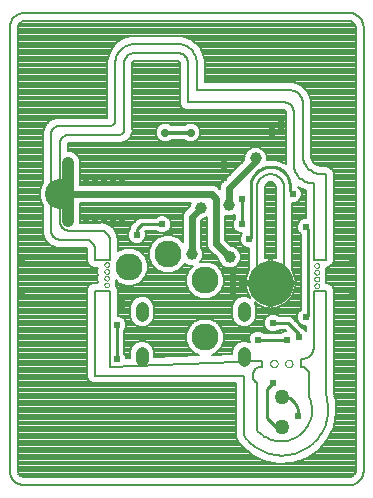
<source format=gbl>
G75*
G70*
%OFA0B0*%
%FSLAX24Y24*%
%IPPOS*%
%LPD*%
%AMOC8*
5,1,8,0,0,1.08239X$1,22.5*
%
%ADD10C,0.0050*%
%ADD11C,0.0000*%
%ADD12C,0.0004*%
%ADD13C,0.0433*%
%ADD14C,0.0900*%
%ADD15C,0.0500*%
%ADD16C,0.1000*%
%ADD17C,0.1400*%
%ADD18C,0.0080*%
%ADD19C,0.0240*%
%ADD20C,0.1500*%
%ADD21C,0.0200*%
%ADD22C,0.0100*%
%ADD23C,0.0390*%
%ADD24C,0.0240*%
%ADD25C,0.0260*%
%ADD26C,0.0400*%
%ADD27C,0.0160*%
%ADD28C,0.0280*%
%ADD29C,0.0140*%
D10*
X000500Y001000D02*
X000500Y015750D01*
X000502Y015794D01*
X000508Y015837D01*
X000517Y015879D01*
X000530Y015921D01*
X000547Y015961D01*
X000567Y016000D01*
X000590Y016037D01*
X000617Y016071D01*
X000646Y016104D01*
X000679Y016133D01*
X000713Y016160D01*
X000750Y016183D01*
X000789Y016203D01*
X000829Y016220D01*
X000871Y016233D01*
X000913Y016242D01*
X000956Y016248D01*
X001000Y016250D01*
X011800Y016250D01*
X011844Y016248D01*
X011887Y016242D01*
X011929Y016233D01*
X011971Y016220D01*
X012011Y016203D01*
X012050Y016183D01*
X012087Y016160D01*
X012121Y016133D01*
X012154Y016104D01*
X012183Y016071D01*
X012210Y016037D01*
X012233Y016000D01*
X012253Y015961D01*
X012270Y015921D01*
X012283Y015879D01*
X012292Y015837D01*
X012298Y015794D01*
X012300Y015750D01*
X012300Y001000D01*
X012298Y000956D01*
X012292Y000913D01*
X012283Y000871D01*
X012270Y000829D01*
X012253Y000789D01*
X012233Y000750D01*
X012210Y000713D01*
X012183Y000679D01*
X012154Y000646D01*
X012121Y000617D01*
X012087Y000590D01*
X012050Y000567D01*
X012011Y000547D01*
X011971Y000530D01*
X011929Y000517D01*
X011887Y000508D01*
X011844Y000502D01*
X011800Y000500D01*
X001000Y000500D01*
X000956Y000502D01*
X000913Y000508D01*
X000871Y000517D01*
X000829Y000530D01*
X000789Y000547D01*
X000750Y000567D01*
X000713Y000590D01*
X000679Y000617D01*
X000646Y000646D01*
X000617Y000679D01*
X000590Y000713D01*
X000567Y000750D01*
X000547Y000789D01*
X000530Y000829D01*
X000517Y000871D01*
X000508Y000913D01*
X000502Y000956D01*
X000500Y001000D01*
X003336Y004163D02*
X008300Y004163D01*
X008300Y002187D01*
X008750Y002337D02*
X008750Y003912D01*
X008749Y003912D02*
X008721Y003931D01*
X008695Y003952D01*
X008672Y003976D01*
X008652Y004003D01*
X008635Y004032D01*
X008621Y004063D01*
X008611Y004095D01*
X008605Y004128D01*
X008602Y004161D01*
X008603Y004195D01*
X008608Y004228D01*
X008617Y004260D01*
X008629Y004292D01*
X008645Y004321D01*
X008664Y004349D01*
X008686Y004374D01*
X008710Y004397D01*
X008738Y004417D01*
X008767Y004433D01*
X008798Y004446D01*
X008830Y004456D01*
X008863Y004462D01*
X008896Y004464D01*
X008896Y004463D02*
X008896Y004650D01*
X003836Y004463D01*
X003836Y006988D01*
X003336Y006988D01*
X003336Y004163D01*
X003336Y008022D02*
X003836Y008022D01*
X003836Y008715D01*
X003830Y008748D01*
X003821Y008780D01*
X003808Y008811D01*
X003792Y008840D01*
X003774Y008867D01*
X003752Y008893D01*
X003728Y008916D01*
X003702Y008936D01*
X003674Y008954D01*
X003644Y008968D01*
X003613Y008979D01*
X003581Y008987D01*
X003548Y008992D01*
X003515Y008993D01*
X003482Y008991D01*
X003481Y008991D02*
X002487Y008991D01*
X002454Y008993D01*
X002422Y008998D01*
X002390Y009006D01*
X002359Y009018D01*
X002330Y009033D01*
X002302Y009051D01*
X002276Y009072D01*
X002253Y009095D01*
X002232Y009121D01*
X002214Y009148D01*
X002199Y009178D01*
X002187Y009209D01*
X002179Y009241D01*
X002174Y009273D01*
X002172Y009306D01*
X002172Y011879D01*
X001872Y012179D02*
X001874Y012212D01*
X001879Y012244D01*
X001887Y012276D01*
X001899Y012307D01*
X001914Y012336D01*
X001932Y012364D01*
X001953Y012390D01*
X001976Y012413D01*
X002002Y012434D01*
X002030Y012452D01*
X002059Y012467D01*
X002090Y012479D01*
X002122Y012487D01*
X002154Y012492D01*
X002187Y012494D01*
X003877Y012494D01*
X003901Y012499D01*
X003925Y012508D01*
X003946Y012520D01*
X003966Y012535D01*
X003984Y012552D01*
X003999Y012572D01*
X004010Y012594D01*
X004019Y012617D01*
X004024Y012642D01*
X004026Y012666D01*
X004024Y012691D01*
X004024Y014600D01*
X004324Y014600D02*
X004324Y012391D01*
X004326Y012366D01*
X004324Y012342D01*
X004319Y012317D01*
X004310Y012294D01*
X004299Y012272D01*
X004284Y012252D01*
X004266Y012235D01*
X004246Y012220D01*
X004225Y012208D01*
X004201Y012199D01*
X004177Y012194D01*
X002487Y012194D01*
X002454Y012192D01*
X002422Y012187D01*
X002390Y012179D01*
X002359Y012167D01*
X002330Y012152D01*
X002302Y012134D01*
X002276Y012113D01*
X002253Y012090D01*
X002232Y012064D01*
X002214Y012036D01*
X002199Y012007D01*
X002187Y011976D01*
X002179Y011944D01*
X002174Y011912D01*
X002172Y011879D01*
X001872Y012179D02*
X001872Y009006D01*
X001874Y008973D01*
X001879Y008941D01*
X001887Y008909D01*
X001899Y008878D01*
X001914Y008848D01*
X001932Y008821D01*
X001953Y008795D01*
X001976Y008772D01*
X002002Y008751D01*
X002030Y008733D01*
X002059Y008718D01*
X002090Y008706D01*
X002122Y008698D01*
X002154Y008693D01*
X002187Y008691D01*
X002981Y008691D01*
X002982Y008691D02*
X003015Y008693D01*
X003048Y008692D01*
X003081Y008687D01*
X003113Y008679D01*
X003144Y008668D01*
X003174Y008654D01*
X003202Y008636D01*
X003228Y008616D01*
X003252Y008593D01*
X003274Y008567D01*
X003292Y008540D01*
X003308Y008511D01*
X003321Y008480D01*
X003330Y008448D01*
X003336Y008415D01*
X003336Y008022D01*
X006436Y013273D02*
X006436Y014600D01*
X006736Y014600D02*
X006732Y014650D01*
X006724Y014700D01*
X006712Y014749D01*
X006696Y014796D01*
X006677Y014843D01*
X006654Y014888D01*
X006628Y014930D01*
X006599Y014971D01*
X006566Y015009D01*
X006531Y015045D01*
X006492Y015078D01*
X006452Y015107D01*
X006409Y015133D01*
X006364Y015156D01*
X006318Y015175D01*
X006270Y015191D01*
X006221Y015203D01*
X006171Y015211D01*
X006121Y015215D01*
X006071Y015215D01*
X004689Y015215D01*
X004689Y014915D02*
X006071Y014915D01*
X006107Y014916D01*
X006142Y014913D01*
X006177Y014906D01*
X006211Y014896D01*
X006244Y014882D01*
X006276Y014865D01*
X006305Y014844D01*
X006332Y014821D01*
X006356Y014795D01*
X006378Y014767D01*
X006397Y014736D01*
X006412Y014704D01*
X006423Y014670D01*
X006432Y014635D01*
X006436Y014600D01*
X006736Y014600D02*
X006736Y013673D01*
X009855Y013673D01*
X009655Y013273D02*
X006436Y013273D01*
X004689Y015215D02*
X004641Y015215D01*
X004593Y015211D01*
X004546Y015204D01*
X004499Y015193D01*
X004454Y015179D01*
X004409Y015162D01*
X004366Y015141D01*
X004324Y015117D01*
X004285Y015091D01*
X004247Y015061D01*
X004212Y015028D01*
X004180Y014993D01*
X004150Y014956D01*
X004123Y014916D01*
X004099Y014875D01*
X004078Y014832D01*
X004060Y014787D01*
X004046Y014742D01*
X004035Y014695D01*
X004028Y014648D01*
X004024Y014600D01*
X004324Y014600D02*
X004328Y014635D01*
X004337Y014670D01*
X004348Y014704D01*
X004363Y014736D01*
X004382Y014767D01*
X004404Y014795D01*
X004428Y014821D01*
X004455Y014844D01*
X004484Y014865D01*
X004516Y014882D01*
X004549Y014896D01*
X004583Y014906D01*
X004618Y014913D01*
X004653Y014916D01*
X004689Y014915D01*
X008741Y010413D02*
X008741Y007703D01*
X008743Y007662D01*
X008748Y007622D01*
X008757Y007582D01*
X008770Y007543D01*
X008786Y007506D01*
X008805Y007470D01*
X008828Y007436D01*
X008853Y007404D01*
X008882Y007374D01*
X008912Y007347D01*
X008945Y007323D01*
X008980Y007302D01*
X009017Y007285D01*
X009055Y007270D01*
X009095Y007259D01*
X009135Y007252D01*
X009176Y007248D01*
X009216Y007248D01*
X009257Y007252D01*
X009297Y007259D01*
X009337Y007270D01*
X009375Y007285D01*
X009412Y007302D01*
X009447Y007323D01*
X009480Y007347D01*
X009510Y007374D01*
X009539Y007404D01*
X009564Y007436D01*
X009587Y007470D01*
X009606Y007506D01*
X009622Y007543D01*
X009635Y007582D01*
X009644Y007622D01*
X009649Y007662D01*
X009651Y007703D01*
X009651Y010413D01*
X009649Y010454D01*
X009644Y010494D01*
X009635Y010534D01*
X009622Y010573D01*
X009606Y010610D01*
X009587Y010646D01*
X009564Y010680D01*
X009539Y010712D01*
X009510Y010742D01*
X009480Y010769D01*
X009447Y010793D01*
X009412Y010814D01*
X009375Y010831D01*
X009337Y010846D01*
X009297Y010857D01*
X009257Y010864D01*
X009216Y010868D01*
X009176Y010868D01*
X009135Y010864D01*
X009095Y010857D01*
X009055Y010846D01*
X009017Y010831D01*
X008980Y010814D01*
X008945Y010793D01*
X008912Y010769D01*
X008882Y010742D01*
X008853Y010712D01*
X008828Y010680D01*
X008805Y010646D01*
X008786Y010610D01*
X008770Y010573D01*
X008757Y010534D01*
X008748Y010494D01*
X008743Y010454D01*
X008741Y010413D01*
X009970Y011199D02*
X009970Y012919D01*
X010270Y013218D02*
X010270Y013258D01*
X010266Y013299D01*
X010258Y013338D01*
X010247Y013377D01*
X010233Y013414D01*
X010215Y013450D01*
X010194Y013484D01*
X010169Y013516D01*
X010142Y013546D01*
X010113Y013573D01*
X010080Y013597D01*
X010046Y013618D01*
X010010Y013636D01*
X009973Y013651D01*
X009934Y013662D01*
X009895Y013669D01*
X009855Y013673D01*
X010270Y013219D02*
X010270Y011499D01*
X009970Y011199D02*
X009974Y011151D01*
X009980Y011103D01*
X009991Y011055D01*
X010005Y011009D01*
X010022Y010963D01*
X010043Y010919D01*
X010067Y010877D01*
X010094Y010837D01*
X010124Y010799D01*
X010157Y010763D01*
X010193Y010729D01*
X010230Y010699D01*
X010270Y010671D01*
X010312Y010646D01*
X010356Y010625D01*
X010401Y010607D01*
X010447Y010592D01*
X010495Y010581D01*
X010543Y010574D01*
X010591Y010570D01*
X010640Y010569D01*
X010639Y010569D02*
X010639Y008022D01*
X011039Y008022D01*
X011039Y010869D01*
X010939Y010869D01*
X010940Y010869D02*
X010891Y010870D01*
X010843Y010874D01*
X010795Y010881D01*
X010747Y010892D01*
X010701Y010907D01*
X010656Y010925D01*
X010612Y010946D01*
X010570Y010971D01*
X010530Y010999D01*
X010493Y011029D01*
X010457Y011063D01*
X010424Y011099D01*
X010394Y011137D01*
X010367Y011177D01*
X010343Y011219D01*
X010322Y011263D01*
X010305Y011309D01*
X010291Y011355D01*
X010280Y011403D01*
X010274Y011451D01*
X010270Y011499D01*
X009969Y012918D02*
X009970Y012953D01*
X009966Y012988D01*
X009959Y013023D01*
X009949Y013056D01*
X009934Y013088D01*
X009917Y013119D01*
X009897Y013147D01*
X009873Y013173D01*
X009847Y013197D01*
X009819Y013218D01*
X009789Y013236D01*
X009757Y013250D01*
X009724Y013261D01*
X009690Y013269D01*
X009655Y013272D01*
X010639Y006988D02*
X011039Y006988D01*
X011039Y003511D01*
X010482Y003440D02*
X010482Y004148D01*
X010483Y004181D01*
X010480Y004213D01*
X010474Y004245D01*
X010464Y004276D01*
X010451Y004306D01*
X010434Y004334D01*
X010415Y004360D01*
X010392Y004384D01*
X010367Y004405D01*
X010340Y004423D01*
X010311Y004438D01*
X010281Y004450D01*
X010249Y004458D01*
X010217Y004463D01*
X010217Y004718D01*
X010246Y004718D01*
X010246Y004717D02*
X010285Y004719D01*
X010323Y004725D01*
X010360Y004734D01*
X010397Y004747D01*
X010432Y004764D01*
X010465Y004783D01*
X010496Y004806D01*
X010525Y004832D01*
X010551Y004861D01*
X010574Y004892D01*
X010593Y004925D01*
X010610Y004960D01*
X010623Y004997D01*
X010632Y005034D01*
X010638Y005072D01*
X010640Y005111D01*
X010639Y005111D02*
X010639Y006988D01*
X011039Y003512D02*
X011062Y003438D01*
X011081Y003362D01*
X011095Y003286D01*
X011106Y003209D01*
X011114Y003132D01*
X011117Y003055D01*
X011116Y002977D01*
X011111Y002900D01*
X011103Y002823D01*
X011091Y002746D01*
X011074Y002670D01*
X011054Y002595D01*
X011030Y002522D01*
X011003Y002449D01*
X010972Y002378D01*
X010937Y002309D01*
X010899Y002241D01*
X010857Y002176D01*
X010813Y002112D01*
X010765Y002052D01*
X010714Y001993D01*
X010660Y001937D01*
X010603Y001884D01*
X010544Y001834D01*
X010483Y001787D01*
X010419Y001743D01*
X010353Y001702D01*
X010285Y001665D01*
X010215Y001631D01*
X010143Y001601D01*
X010070Y001575D01*
X009996Y001552D01*
X009921Y001533D01*
X009845Y001518D01*
X009768Y001506D01*
X009691Y001499D01*
X009614Y001495D01*
X009536Y001496D01*
X009459Y001500D01*
X009382Y001508D01*
X009305Y001520D01*
X009229Y001536D01*
X009154Y001556D01*
X009080Y001579D01*
X009008Y001606D01*
X008937Y001637D01*
X008867Y001672D01*
X008799Y001710D01*
X008734Y001751D01*
X008670Y001795D01*
X008609Y001843D01*
X008550Y001893D01*
X008494Y001947D01*
X008441Y002003D01*
X008390Y002062D01*
X008343Y002124D01*
X008299Y002187D01*
X008749Y002337D02*
X008791Y002290D01*
X008836Y002245D01*
X008884Y002204D01*
X008934Y002165D01*
X008987Y002129D01*
X009041Y002097D01*
X009098Y002068D01*
X009156Y002042D01*
X009215Y002020D01*
X009276Y002002D01*
X009338Y001987D01*
X009401Y001977D01*
X009464Y001970D01*
X009527Y001967D01*
X009591Y001968D01*
X009654Y001973D01*
X009717Y001982D01*
X009779Y001994D01*
X009840Y002011D01*
X009900Y002031D01*
X009959Y002054D01*
X010017Y002082D01*
X010072Y002112D01*
X010126Y002146D01*
X010177Y002184D01*
X010226Y002224D01*
X010272Y002267D01*
X010316Y002313D01*
X010357Y002362D01*
X010395Y002413D01*
X010429Y002466D01*
X010460Y002522D01*
X010488Y002579D01*
X010512Y002637D01*
X010533Y002697D01*
X010550Y002759D01*
X010563Y002821D01*
X010572Y002883D01*
X010577Y002947D01*
X010579Y003010D01*
X010577Y003074D01*
X010570Y003137D01*
X010560Y003199D01*
X010546Y003261D01*
X010529Y003322D01*
X010507Y003382D01*
X010482Y003440D01*
D11*
X009680Y004563D02*
X009682Y004585D01*
X009688Y004606D01*
X009697Y004625D01*
X009709Y004643D01*
X009725Y004659D01*
X009742Y004671D01*
X009762Y004680D01*
X009783Y004686D01*
X009805Y004688D01*
X009827Y004686D01*
X009848Y004680D01*
X009867Y004671D01*
X009885Y004659D01*
X009901Y004643D01*
X009913Y004625D01*
X009922Y004606D01*
X009928Y004585D01*
X009930Y004563D01*
X009928Y004541D01*
X009922Y004520D01*
X009913Y004501D01*
X009901Y004483D01*
X009885Y004467D01*
X009868Y004455D01*
X009848Y004446D01*
X009827Y004440D01*
X009805Y004438D01*
X009783Y004440D01*
X009762Y004446D01*
X009742Y004455D01*
X009725Y004467D01*
X009709Y004483D01*
X009697Y004500D01*
X009688Y004520D01*
X009682Y004541D01*
X009680Y004563D01*
X009185Y004563D02*
X009187Y004585D01*
X009193Y004606D01*
X009202Y004625D01*
X009214Y004643D01*
X009230Y004659D01*
X009247Y004671D01*
X009267Y004680D01*
X009288Y004686D01*
X009310Y004688D01*
X009332Y004686D01*
X009353Y004680D01*
X009372Y004671D01*
X009390Y004659D01*
X009406Y004643D01*
X009418Y004625D01*
X009427Y004606D01*
X009433Y004585D01*
X009435Y004563D01*
X009433Y004541D01*
X009427Y004520D01*
X009418Y004501D01*
X009406Y004483D01*
X009390Y004467D01*
X009373Y004455D01*
X009353Y004446D01*
X009332Y004440D01*
X009310Y004438D01*
X009288Y004440D01*
X009267Y004446D01*
X009247Y004455D01*
X009230Y004467D01*
X009214Y004483D01*
X009202Y004500D01*
X009193Y004520D01*
X009187Y004541D01*
X009185Y004563D01*
X010659Y007155D02*
X010661Y007172D01*
X010666Y007189D01*
X010675Y007203D01*
X010687Y007216D01*
X010702Y007226D01*
X010718Y007232D01*
X010735Y007235D01*
X010752Y007234D01*
X010769Y007229D01*
X010784Y007221D01*
X010797Y007210D01*
X010808Y007196D01*
X010815Y007181D01*
X010819Y007164D01*
X010819Y007146D01*
X010815Y007129D01*
X010808Y007114D01*
X010797Y007100D01*
X010784Y007089D01*
X010769Y007081D01*
X010752Y007076D01*
X010735Y007075D01*
X010718Y007078D01*
X010702Y007084D01*
X010687Y007094D01*
X010675Y007107D01*
X010666Y007121D01*
X010661Y007138D01*
X010659Y007155D01*
X010659Y007380D02*
X010661Y007397D01*
X010666Y007414D01*
X010675Y007428D01*
X010687Y007441D01*
X010702Y007451D01*
X010718Y007457D01*
X010735Y007460D01*
X010752Y007459D01*
X010769Y007454D01*
X010784Y007446D01*
X010797Y007435D01*
X010808Y007421D01*
X010815Y007406D01*
X010819Y007389D01*
X010819Y007371D01*
X010815Y007354D01*
X010808Y007339D01*
X010797Y007325D01*
X010784Y007314D01*
X010769Y007306D01*
X010752Y007301D01*
X010735Y007300D01*
X010718Y007303D01*
X010702Y007309D01*
X010687Y007319D01*
X010675Y007332D01*
X010666Y007346D01*
X010661Y007363D01*
X010659Y007380D01*
X010659Y007605D02*
X010661Y007622D01*
X010666Y007639D01*
X010675Y007653D01*
X010687Y007666D01*
X010702Y007676D01*
X010718Y007682D01*
X010735Y007685D01*
X010752Y007684D01*
X010769Y007679D01*
X010784Y007671D01*
X010797Y007660D01*
X010808Y007646D01*
X010815Y007631D01*
X010819Y007614D01*
X010819Y007596D01*
X010815Y007579D01*
X010808Y007564D01*
X010797Y007550D01*
X010784Y007539D01*
X010769Y007531D01*
X010752Y007526D01*
X010735Y007525D01*
X010718Y007528D01*
X010702Y007534D01*
X010687Y007544D01*
X010675Y007557D01*
X010666Y007571D01*
X010661Y007588D01*
X010659Y007605D01*
X010659Y007830D02*
X010661Y007847D01*
X010666Y007864D01*
X010675Y007878D01*
X010687Y007891D01*
X010702Y007901D01*
X010718Y007907D01*
X010735Y007910D01*
X010752Y007909D01*
X010769Y007904D01*
X010784Y007896D01*
X010797Y007885D01*
X010808Y007871D01*
X010815Y007856D01*
X010819Y007839D01*
X010819Y007821D01*
X010815Y007804D01*
X010808Y007789D01*
X010797Y007775D01*
X010784Y007764D01*
X010769Y007756D01*
X010752Y007751D01*
X010735Y007750D01*
X010718Y007753D01*
X010702Y007759D01*
X010687Y007769D01*
X010675Y007782D01*
X010666Y007796D01*
X010661Y007813D01*
X010659Y007830D01*
X003656Y007858D02*
X003658Y007875D01*
X003663Y007892D01*
X003672Y007906D01*
X003684Y007919D01*
X003699Y007929D01*
X003715Y007935D01*
X003732Y007938D01*
X003749Y007937D01*
X003766Y007932D01*
X003781Y007924D01*
X003794Y007913D01*
X003805Y007899D01*
X003812Y007884D01*
X003816Y007867D01*
X003816Y007849D01*
X003812Y007832D01*
X003805Y007817D01*
X003794Y007803D01*
X003781Y007792D01*
X003766Y007784D01*
X003749Y007779D01*
X003732Y007778D01*
X003715Y007781D01*
X003699Y007787D01*
X003684Y007797D01*
X003672Y007810D01*
X003663Y007824D01*
X003658Y007841D01*
X003656Y007858D01*
X003656Y007633D02*
X003658Y007650D01*
X003663Y007667D01*
X003672Y007681D01*
X003684Y007694D01*
X003699Y007704D01*
X003715Y007710D01*
X003732Y007713D01*
X003749Y007712D01*
X003766Y007707D01*
X003781Y007699D01*
X003794Y007688D01*
X003805Y007674D01*
X003812Y007659D01*
X003816Y007642D01*
X003816Y007624D01*
X003812Y007607D01*
X003805Y007592D01*
X003794Y007578D01*
X003781Y007567D01*
X003766Y007559D01*
X003749Y007554D01*
X003732Y007553D01*
X003715Y007556D01*
X003699Y007562D01*
X003684Y007572D01*
X003672Y007585D01*
X003663Y007599D01*
X003658Y007616D01*
X003656Y007633D01*
X003656Y007408D02*
X003658Y007425D01*
X003663Y007442D01*
X003672Y007456D01*
X003684Y007469D01*
X003699Y007479D01*
X003715Y007485D01*
X003732Y007488D01*
X003749Y007487D01*
X003766Y007482D01*
X003781Y007474D01*
X003794Y007463D01*
X003805Y007449D01*
X003812Y007434D01*
X003816Y007417D01*
X003816Y007399D01*
X003812Y007382D01*
X003805Y007367D01*
X003794Y007353D01*
X003781Y007342D01*
X003766Y007334D01*
X003749Y007329D01*
X003732Y007328D01*
X003715Y007331D01*
X003699Y007337D01*
X003684Y007347D01*
X003672Y007360D01*
X003663Y007374D01*
X003658Y007391D01*
X003656Y007408D01*
X003656Y007183D02*
X003658Y007200D01*
X003663Y007217D01*
X003672Y007231D01*
X003684Y007244D01*
X003699Y007254D01*
X003715Y007260D01*
X003732Y007263D01*
X003749Y007262D01*
X003766Y007257D01*
X003781Y007249D01*
X003794Y007238D01*
X003805Y007224D01*
X003812Y007209D01*
X003816Y007192D01*
X003816Y007174D01*
X003812Y007157D01*
X003805Y007142D01*
X003794Y007128D01*
X003781Y007117D01*
X003766Y007109D01*
X003749Y007104D01*
X003732Y007103D01*
X003715Y007106D01*
X003699Y007112D01*
X003684Y007122D01*
X003672Y007135D01*
X003663Y007149D01*
X003658Y007166D01*
X003656Y007183D01*
D12*
X004810Y006417D02*
X004810Y006173D01*
X004812Y006153D01*
X004817Y006134D01*
X004826Y006116D01*
X004838Y006100D01*
X004853Y006087D01*
X004870Y006076D01*
X004888Y006069D01*
X004908Y006065D01*
X004928Y006065D01*
X004948Y006069D01*
X004966Y006076D01*
X004983Y006087D01*
X004998Y006100D01*
X005010Y006116D01*
X005019Y006134D01*
X005024Y006153D01*
X005026Y006173D01*
X005026Y006417D01*
X005024Y006437D01*
X005019Y006456D01*
X005010Y006474D01*
X004998Y006490D01*
X004983Y006503D01*
X004966Y006514D01*
X004948Y006521D01*
X004928Y006525D01*
X004908Y006525D01*
X004888Y006521D01*
X004870Y006514D01*
X004853Y006503D01*
X004838Y006490D01*
X004826Y006474D01*
X004817Y006456D01*
X004812Y006437D01*
X004810Y006417D01*
X004810Y004921D02*
X004810Y004677D01*
X004812Y004657D01*
X004817Y004638D01*
X004826Y004620D01*
X004838Y004604D01*
X004853Y004591D01*
X004870Y004580D01*
X004888Y004573D01*
X004908Y004569D01*
X004928Y004569D01*
X004948Y004573D01*
X004966Y004580D01*
X004983Y004591D01*
X004998Y004604D01*
X005010Y004620D01*
X005019Y004638D01*
X005024Y004657D01*
X005026Y004677D01*
X005026Y004921D01*
X005024Y004941D01*
X005019Y004960D01*
X005010Y004978D01*
X004998Y004994D01*
X004983Y005007D01*
X004966Y005018D01*
X004948Y005025D01*
X004928Y005029D01*
X004908Y005029D01*
X004888Y005025D01*
X004870Y005018D01*
X004853Y005007D01*
X004838Y004994D01*
X004826Y004978D01*
X004817Y004960D01*
X004812Y004941D01*
X004810Y004921D01*
X008211Y004921D02*
X008211Y004677D01*
X008212Y004677D02*
X008214Y004657D01*
X008219Y004638D01*
X008228Y004620D01*
X008240Y004604D01*
X008255Y004591D01*
X008272Y004580D01*
X008290Y004573D01*
X008310Y004569D01*
X008330Y004569D01*
X008350Y004573D01*
X008368Y004580D01*
X008385Y004591D01*
X008400Y004604D01*
X008412Y004620D01*
X008421Y004638D01*
X008426Y004657D01*
X008428Y004677D01*
X008428Y004921D01*
X008426Y004941D01*
X008421Y004960D01*
X008412Y004978D01*
X008400Y004994D01*
X008385Y005007D01*
X008368Y005018D01*
X008350Y005025D01*
X008330Y005029D01*
X008310Y005029D01*
X008290Y005025D01*
X008272Y005018D01*
X008255Y005007D01*
X008240Y004994D01*
X008228Y004978D01*
X008219Y004960D01*
X008214Y004941D01*
X008212Y004921D01*
X008211Y006173D02*
X008211Y006417D01*
X008212Y006417D02*
X008214Y006437D01*
X008219Y006456D01*
X008228Y006474D01*
X008240Y006490D01*
X008255Y006503D01*
X008272Y006514D01*
X008290Y006521D01*
X008310Y006525D01*
X008330Y006525D01*
X008350Y006521D01*
X008368Y006514D01*
X008385Y006503D01*
X008400Y006490D01*
X008412Y006474D01*
X008421Y006456D01*
X008426Y006437D01*
X008428Y006417D01*
X008428Y006173D01*
X008426Y006153D01*
X008421Y006134D01*
X008412Y006116D01*
X008400Y006100D01*
X008385Y006087D01*
X008368Y006076D01*
X008350Y006069D01*
X008330Y006065D01*
X008310Y006065D01*
X008290Y006069D01*
X008272Y006076D01*
X008255Y006087D01*
X008240Y006100D01*
X008228Y006116D01*
X008219Y006134D01*
X008214Y006153D01*
X008212Y006173D01*
D13*
X008320Y006175D02*
X008320Y006175D01*
X008320Y006411D01*
X008320Y006411D01*
X008320Y006175D01*
X008320Y004679D02*
X008320Y004679D01*
X008320Y004915D01*
X008320Y004915D01*
X008320Y004679D01*
X004918Y004679D02*
X004918Y004679D01*
X004918Y004915D01*
X004918Y004915D01*
X004918Y004679D01*
X004918Y006175D02*
X004918Y006175D01*
X004918Y006411D01*
X004918Y006411D01*
X004918Y006175D01*
D14*
X004480Y007793D03*
X005780Y008213D03*
X007010Y007333D03*
X007010Y005433D03*
D15*
X009570Y003463D03*
X009570Y002463D03*
D16*
X002182Y010213D03*
D17*
X009197Y007253D03*
D18*
X009233Y007517D02*
X009159Y007517D01*
X009157Y007518D01*
X009157Y008093D01*
X009142Y008093D01*
X009033Y008079D01*
X009006Y008072D01*
X009006Y010413D01*
X009009Y010450D01*
X009038Y010519D01*
X009090Y010571D01*
X009159Y010600D01*
X009233Y010600D01*
X009301Y010571D01*
X009354Y010519D01*
X009382Y010450D01*
X009386Y010413D01*
X009386Y008073D01*
X009362Y008079D01*
X009252Y008093D01*
X009237Y008093D01*
X009237Y007519D01*
X009233Y007517D01*
X009237Y007565D02*
X009157Y007565D01*
X009157Y007644D02*
X009237Y007644D01*
X009237Y007722D02*
X009157Y007722D01*
X009157Y007801D02*
X009237Y007801D01*
X009237Y007879D02*
X009157Y007879D01*
X009157Y007958D02*
X009237Y007958D01*
X009237Y008036D02*
X009157Y008036D01*
X009006Y008115D02*
X009386Y008115D01*
X009386Y008193D02*
X009006Y008193D01*
X009006Y008272D02*
X009386Y008272D01*
X009386Y008350D02*
X009006Y008350D01*
X009006Y008429D02*
X009386Y008429D01*
X009386Y008507D02*
X009006Y008507D01*
X009006Y008586D02*
X009386Y008586D01*
X009386Y008664D02*
X009006Y008664D01*
X009006Y008743D02*
X009386Y008743D01*
X009386Y008821D02*
X009006Y008821D01*
X009006Y008900D02*
X009386Y008900D01*
X009386Y008978D02*
X009006Y008978D01*
X009006Y009057D02*
X009386Y009057D01*
X009386Y009135D02*
X009006Y009135D01*
X009006Y009214D02*
X009386Y009214D01*
X009386Y009292D02*
X009006Y009292D01*
X009006Y009371D02*
X009386Y009371D01*
X009386Y009449D02*
X009006Y009449D01*
X009006Y009528D02*
X009386Y009528D01*
X009386Y009606D02*
X009006Y009606D01*
X009006Y009685D02*
X009386Y009685D01*
X009386Y009763D02*
X009006Y009763D01*
X009006Y009842D02*
X009386Y009842D01*
X009386Y009920D02*
X009006Y009920D01*
X009006Y009999D02*
X009386Y009999D01*
X009386Y010077D02*
X009006Y010077D01*
X009006Y010156D02*
X009386Y010156D01*
X009386Y010234D02*
X009006Y010234D01*
X009006Y010313D02*
X009386Y010313D01*
X009386Y010391D02*
X009006Y010391D01*
X009017Y010470D02*
X009374Y010470D01*
X009325Y010548D02*
X009067Y010548D01*
X009075Y011343D02*
X009075Y011475D01*
X009018Y011612D01*
X008912Y011718D01*
X008775Y011775D01*
X008625Y011775D01*
X008488Y011718D01*
X008382Y011612D01*
X008325Y011475D01*
X008325Y011349D01*
X007546Y010570D01*
X007500Y010460D01*
X007500Y010370D01*
X007402Y010468D01*
X007292Y010513D01*
X002837Y010513D01*
X002837Y011339D01*
X002779Y011479D01*
X002673Y011586D01*
X002533Y011643D01*
X002437Y011643D01*
X002437Y011826D01*
X002437Y011879D01*
X002438Y011889D01*
X002445Y011907D01*
X002459Y011920D01*
X002477Y011928D01*
X002487Y011929D01*
X004144Y011929D01*
X004163Y011924D01*
X004196Y011929D01*
X004230Y011929D01*
X004248Y011936D01*
X004331Y011948D01*
X004331Y011948D01*
X004516Y012094D01*
X004516Y012094D01*
X004516Y012094D01*
X004603Y012312D01*
X004603Y012312D01*
X004589Y012410D01*
X004589Y014584D01*
X004591Y014595D01*
X004604Y014621D01*
X004626Y014641D01*
X004653Y014650D01*
X004679Y014650D01*
X004722Y014646D01*
X004731Y014650D01*
X006028Y014650D01*
X006038Y014646D01*
X006081Y014650D01*
X006106Y014650D01*
X006134Y014641D01*
X006156Y014621D01*
X006169Y014595D01*
X006171Y014584D01*
X006171Y013220D01*
X006211Y013123D01*
X006286Y013048D01*
X006383Y013008D01*
X009642Y013008D01*
X009653Y013006D01*
X009678Y012994D01*
X009696Y012974D01*
X009705Y012948D01*
X009705Y012946D01*
X009705Y012926D01*
X009702Y012881D01*
X009705Y012874D01*
X009705Y011247D01*
X009704Y011244D01*
X009705Y011206D01*
X009466Y011329D01*
X009385Y011336D01*
X009378Y011343D01*
X009292Y011343D01*
X009206Y011351D01*
X009205Y011350D01*
X009123Y011343D01*
X009075Y011343D01*
X009075Y011412D02*
X009705Y011412D01*
X009705Y011490D02*
X009069Y011490D01*
X009036Y011569D02*
X009705Y011569D01*
X009705Y011647D02*
X008983Y011647D01*
X008894Y011726D02*
X009705Y011726D01*
X009705Y011804D02*
X002437Y011804D01*
X002437Y011726D02*
X008506Y011726D01*
X008417Y011647D02*
X002437Y011647D01*
X002437Y011883D02*
X009705Y011883D01*
X009705Y011961D02*
X006638Y011961D01*
X006596Y011943D02*
X006469Y011943D01*
X006351Y011992D01*
X006330Y012013D01*
X005885Y012013D01*
X005864Y011992D01*
X005746Y011943D01*
X005619Y011943D01*
X005501Y011992D01*
X005411Y012082D01*
X005362Y012200D01*
X005362Y012327D01*
X005411Y012445D01*
X005501Y012535D01*
X005619Y012583D01*
X005746Y012583D01*
X005864Y012535D01*
X005885Y012513D01*
X006330Y012513D01*
X006351Y012535D01*
X006469Y012583D01*
X006596Y012583D01*
X006714Y012535D01*
X006804Y012445D01*
X006852Y012327D01*
X006852Y012200D01*
X006804Y012082D01*
X006714Y011992D01*
X006596Y011943D01*
X006761Y012040D02*
X009705Y012040D01*
X009705Y012118D02*
X006818Y012118D01*
X006851Y012197D02*
X009705Y012197D01*
X009705Y012275D02*
X006852Y012275D01*
X006841Y012354D02*
X009705Y012354D01*
X009705Y012432D02*
X006809Y012432D01*
X006738Y012511D02*
X009705Y012511D01*
X009705Y012589D02*
X004589Y012589D01*
X004589Y012511D02*
X005477Y012511D01*
X005406Y012432D02*
X004589Y012432D01*
X004597Y012354D02*
X005373Y012354D01*
X005362Y012275D02*
X004588Y012275D01*
X004557Y012197D02*
X005364Y012197D01*
X005396Y012118D02*
X004526Y012118D01*
X004447Y012040D02*
X005454Y012040D01*
X005576Y011961D02*
X004347Y011961D01*
X004589Y012668D02*
X009705Y012668D01*
X009705Y012746D02*
X004589Y012746D01*
X004589Y012825D02*
X009705Y012825D01*
X009704Y012903D02*
X004589Y012903D01*
X004589Y012982D02*
X009689Y012982D01*
X010446Y013608D02*
X010258Y013813D01*
X010006Y013931D01*
X009914Y013935D01*
X009908Y013938D01*
X009861Y013938D01*
X009814Y013940D01*
X009809Y013938D01*
X007001Y013938D01*
X007001Y014552D01*
X007003Y014557D01*
X007001Y014605D01*
X007001Y014652D01*
X006999Y014657D01*
X006994Y014790D01*
X006843Y015117D01*
X006843Y015117D01*
X006579Y015362D01*
X006241Y015486D01*
X006241Y015486D01*
X006066Y015480D01*
X004694Y015480D01*
X004556Y015485D01*
X004556Y015485D01*
X004280Y015407D01*
X004280Y015407D01*
X004041Y015248D01*
X003864Y015022D01*
X003765Y014753D01*
X003761Y014657D01*
X003759Y014652D01*
X003759Y014605D01*
X003757Y014557D01*
X003759Y014552D01*
X003759Y012759D01*
X002071Y012759D01*
X001858Y012670D01*
X001695Y012507D01*
X001607Y012294D01*
X001607Y010599D01*
X001606Y010599D01*
X001502Y010349D01*
X001502Y010078D01*
X001606Y009828D01*
X001607Y009827D01*
X001607Y008891D01*
X001695Y008677D01*
X001858Y008514D01*
X002071Y008426D01*
X002946Y008426D01*
X002962Y008421D01*
X002998Y008426D01*
X003033Y008426D01*
X003044Y008423D01*
X003060Y008410D01*
X003071Y008393D01*
X003071Y008392D01*
X003071Y007970D01*
X003111Y007872D01*
X003186Y007798D01*
X003283Y007757D01*
X003431Y007757D01*
X003436Y007745D01*
X003416Y007696D01*
X003416Y007569D01*
X003436Y007520D01*
X003416Y007471D01*
X003416Y007344D01*
X003436Y007295D01*
X003419Y007253D01*
X003283Y007253D01*
X003186Y007213D01*
X003111Y007138D01*
X003071Y007041D01*
X003071Y004111D01*
X000765Y004111D01*
X000765Y004033D02*
X003103Y004033D01*
X003111Y004013D02*
X003071Y004111D01*
X003071Y004190D02*
X000765Y004190D01*
X000765Y004268D02*
X003071Y004268D01*
X003071Y004347D02*
X000765Y004347D01*
X000765Y004425D02*
X003071Y004425D01*
X003071Y004504D02*
X000765Y004504D01*
X000765Y004582D02*
X003071Y004582D01*
X003071Y004661D02*
X000765Y004661D01*
X000765Y004739D02*
X003071Y004739D01*
X003071Y004818D02*
X000765Y004818D01*
X000765Y004896D02*
X003071Y004896D01*
X003071Y004975D02*
X000765Y004975D01*
X000765Y005053D02*
X003071Y005053D01*
X003071Y005132D02*
X000765Y005132D01*
X000765Y005210D02*
X003071Y005210D01*
X003071Y005289D02*
X000765Y005289D01*
X000765Y005367D02*
X003071Y005367D01*
X003071Y005446D02*
X000765Y005446D01*
X000765Y005524D02*
X003071Y005524D01*
X003071Y005603D02*
X000765Y005603D01*
X000765Y005681D02*
X003071Y005681D01*
X003071Y005760D02*
X000765Y005760D01*
X000765Y005838D02*
X003071Y005838D01*
X003071Y005917D02*
X000765Y005917D01*
X000765Y005995D02*
X003071Y005995D01*
X003071Y006074D02*
X000765Y006074D01*
X000765Y006152D02*
X003071Y006152D01*
X003071Y006231D02*
X000765Y006231D01*
X000765Y006309D02*
X003071Y006309D01*
X003071Y006388D02*
X000765Y006388D01*
X000765Y006466D02*
X003071Y006466D01*
X003071Y006545D02*
X000765Y006545D01*
X000765Y006623D02*
X003071Y006623D01*
X003071Y006702D02*
X000765Y006702D01*
X000765Y006780D02*
X003071Y006780D01*
X003071Y006859D02*
X000765Y006859D01*
X000765Y006937D02*
X003071Y006937D01*
X003071Y007016D02*
X000765Y007016D01*
X000765Y007094D02*
X003093Y007094D01*
X003146Y007173D02*
X000765Y007173D01*
X000765Y007251D02*
X003278Y007251D01*
X003422Y007330D02*
X000765Y007330D01*
X000765Y007408D02*
X003416Y007408D01*
X003422Y007487D02*
X000765Y007487D01*
X000765Y007565D02*
X003418Y007565D01*
X003416Y007644D02*
X000765Y007644D01*
X000765Y007722D02*
X003426Y007722D01*
X003183Y007801D02*
X000765Y007801D01*
X000765Y007879D02*
X003108Y007879D01*
X003076Y007958D02*
X000765Y007958D01*
X000765Y008036D02*
X003071Y008036D01*
X003071Y008115D02*
X000765Y008115D01*
X000765Y008193D02*
X003071Y008193D01*
X003071Y008272D02*
X000765Y008272D01*
X000765Y008350D02*
X003071Y008350D01*
X002837Y009256D02*
X002837Y009913D01*
X006539Y009913D01*
X006507Y009838D01*
X006507Y009813D01*
X006312Y009617D01*
X006266Y009507D01*
X006266Y008618D01*
X006137Y008748D01*
X005905Y008843D01*
X005654Y008843D01*
X005423Y008748D01*
X005246Y008570D01*
X005150Y008339D01*
X005150Y008088D01*
X005246Y007857D01*
X005423Y007679D01*
X005654Y007583D01*
X005905Y007583D01*
X006137Y007679D01*
X006314Y007857D01*
X006332Y007901D01*
X006354Y007879D01*
X006492Y007822D01*
X006608Y007822D01*
X006476Y007690D01*
X006380Y007459D01*
X006380Y007208D01*
X006476Y006977D01*
X006653Y006799D01*
X006884Y006703D01*
X007135Y006703D01*
X007367Y006799D01*
X007544Y006977D01*
X007640Y007208D01*
X007640Y007459D01*
X007544Y007690D01*
X007367Y007868D01*
X007135Y007963D01*
X006884Y007963D01*
X006847Y007948D01*
X006884Y007985D01*
X006941Y008123D01*
X006941Y008272D01*
X006884Y008410D01*
X006866Y008428D01*
X006866Y009323D01*
X006932Y009388D01*
X006957Y009388D01*
X007082Y009440D01*
X007082Y008504D01*
X007128Y008393D01*
X007457Y008064D01*
X007457Y008039D01*
X007514Y007901D01*
X007620Y007796D01*
X007758Y007738D01*
X007907Y007738D01*
X008045Y007796D01*
X008150Y007901D01*
X008207Y008039D01*
X008207Y008188D01*
X008150Y008326D01*
X008045Y008431D01*
X007907Y008488D01*
X007882Y008488D01*
X007682Y008688D01*
X007682Y009493D01*
X007725Y009475D01*
X007875Y009475D01*
X008002Y009528D01*
X008002Y009393D01*
X007978Y009368D01*
X007932Y009258D01*
X007932Y009139D01*
X007978Y009028D01*
X008062Y008944D01*
X008173Y008898D01*
X008243Y008898D01*
X008228Y008883D01*
X008182Y008773D01*
X008182Y008654D01*
X008228Y008543D01*
X008312Y008459D01*
X008423Y008413D01*
X008476Y008413D01*
X008476Y007684D01*
X008442Y007626D01*
X008400Y007524D01*
X008372Y007418D01*
X008357Y007308D01*
X008357Y007293D01*
X008587Y007293D01*
X008667Y007213D01*
X008357Y007213D01*
X008357Y007198D01*
X008372Y007089D01*
X008400Y006983D01*
X008442Y006881D01*
X008497Y006786D01*
X008518Y006758D01*
X008398Y006808D01*
X008241Y006808D01*
X008095Y006748D01*
X007983Y006636D01*
X007923Y006490D01*
X007923Y006096D01*
X007983Y005951D01*
X008095Y005839D01*
X008241Y005779D01*
X008398Y005779D01*
X008544Y005839D01*
X008656Y005951D01*
X008716Y006096D01*
X008716Y006490D01*
X008672Y006598D01*
X008730Y006553D01*
X008825Y006498D01*
X008927Y006456D01*
X009033Y006428D01*
X009142Y006413D01*
X009157Y006413D01*
X009157Y006983D01*
X009237Y006983D01*
X009237Y006413D01*
X009252Y006413D01*
X009362Y006428D01*
X009468Y006456D01*
X009570Y006498D01*
X009665Y006553D01*
X009752Y006621D01*
X009830Y006698D01*
X009897Y006786D01*
X009952Y006881D01*
X009994Y006983D01*
X010023Y007089D01*
X010037Y007198D01*
X010037Y007213D01*
X009724Y007213D01*
X009804Y007293D01*
X010037Y007293D01*
X010037Y007308D01*
X010023Y007418D01*
X009994Y007524D01*
X009952Y007626D01*
X009916Y007689D01*
X009916Y009913D01*
X009992Y009913D01*
X010102Y009959D01*
X010187Y010043D01*
X010232Y010154D01*
X010232Y010273D01*
X010187Y010383D01*
X010114Y010456D01*
X010224Y010381D01*
X010224Y010381D01*
X010374Y010337D01*
X010374Y009413D01*
X010323Y009413D01*
X010212Y009368D01*
X010128Y009283D01*
X010082Y009173D01*
X010082Y009054D01*
X010128Y008943D01*
X010202Y008869D01*
X010202Y006358D01*
X010128Y006283D01*
X010082Y006173D01*
X010082Y006054D01*
X010128Y005943D01*
X010212Y005859D01*
X010323Y005813D01*
X010374Y005813D01*
X010374Y005646D01*
X010362Y005658D01*
X010362Y005659D01*
X010228Y005793D01*
X010228Y005793D01*
X010012Y006009D01*
X009878Y006143D01*
X009477Y006143D01*
X009452Y006168D01*
X009342Y006213D01*
X009223Y006213D01*
X009112Y006168D01*
X009028Y006083D01*
X008982Y005973D01*
X008982Y005854D01*
X009028Y005743D01*
X009112Y005659D01*
X009223Y005613D01*
X009342Y005613D01*
X009452Y005659D01*
X009477Y005683D01*
X009687Y005683D01*
X009707Y005663D01*
X009673Y005663D01*
X009562Y005618D01*
X009538Y005593D01*
X008977Y005593D01*
X008952Y005618D01*
X008842Y005663D01*
X008723Y005663D01*
X008612Y005618D01*
X008528Y005533D01*
X008482Y005423D01*
X008482Y005304D01*
X008496Y005272D01*
X008398Y005312D01*
X008241Y005312D01*
X008095Y005252D01*
X007983Y005140D01*
X007923Y004994D01*
X007923Y004879D01*
X007258Y004855D01*
X007367Y004899D01*
X007544Y005077D01*
X007640Y005308D01*
X007640Y005559D01*
X007544Y005790D01*
X007367Y005968D01*
X007135Y006063D01*
X006884Y006063D01*
X006653Y005968D01*
X006476Y005790D01*
X006380Y005559D01*
X006380Y005308D01*
X006476Y005077D01*
X006653Y004899D01*
X006802Y004838D01*
X005315Y004783D01*
X005315Y004994D01*
X005254Y005140D01*
X005143Y005252D01*
X004997Y005312D01*
X004839Y005312D01*
X004693Y005252D01*
X004582Y005140D01*
X004521Y004994D01*
X004521Y004754D01*
X004382Y004749D01*
X004382Y004773D01*
X004337Y004883D01*
X004312Y004908D01*
X004312Y005669D01*
X004337Y005693D01*
X004382Y005804D01*
X004382Y005923D01*
X004337Y006033D01*
X004252Y006118D01*
X004142Y006163D01*
X004101Y006163D01*
X004101Y007041D01*
X004060Y007138D01*
X004056Y007143D01*
X004056Y007246D01*
X004036Y007295D01*
X004051Y007332D01*
X004123Y007259D01*
X004354Y007163D01*
X004605Y007163D01*
X004837Y007259D01*
X005014Y007437D01*
X005110Y007668D01*
X005110Y007919D01*
X005014Y008150D01*
X004837Y008328D01*
X004605Y008423D01*
X004354Y008423D01*
X004123Y008328D01*
X004101Y008306D01*
X004101Y008680D01*
X004105Y008696D01*
X004101Y008732D01*
X004101Y008768D01*
X004094Y008784D01*
X004084Y008863D01*
X004084Y008863D01*
X003970Y009065D01*
X003787Y009207D01*
X003564Y009268D01*
X003564Y009268D01*
X003465Y009256D01*
X002837Y009256D01*
X002837Y009292D02*
X004674Y009292D01*
X004647Y009268D02*
X004637Y009268D01*
X004576Y009207D01*
X004510Y009150D01*
X004509Y009140D01*
X004502Y009134D01*
X004502Y009047D01*
X004501Y009032D01*
X004478Y009008D01*
X004432Y008898D01*
X004432Y008779D01*
X004478Y008668D01*
X004562Y008584D01*
X004673Y008538D01*
X004792Y008538D01*
X004902Y008584D01*
X004987Y008668D01*
X005032Y008779D01*
X005032Y008898D01*
X005003Y008968D01*
X005388Y008968D01*
X005412Y008944D01*
X005523Y008898D01*
X005642Y008898D01*
X005752Y008944D01*
X005837Y009028D01*
X005882Y009139D01*
X005882Y009258D01*
X005837Y009368D01*
X005752Y009453D01*
X005642Y009498D01*
X005523Y009498D01*
X005412Y009453D01*
X005388Y009428D01*
X004926Y009428D01*
X004839Y009435D01*
X004832Y009428D01*
X004822Y009428D01*
X004761Y009367D01*
X004647Y009268D01*
X004582Y009214D02*
X003763Y009214D01*
X003787Y009207D02*
X003787Y009207D01*
X003879Y009135D02*
X004504Y009135D01*
X004502Y009057D02*
X003974Y009057D01*
X003970Y009065D02*
X003970Y009065D01*
X003970Y009065D01*
X004019Y008978D02*
X004465Y008978D01*
X004433Y008900D02*
X004064Y008900D01*
X004090Y008821D02*
X004432Y008821D01*
X004447Y008743D02*
X004101Y008743D01*
X004101Y008664D02*
X004482Y008664D01*
X004561Y008586D02*
X004101Y008586D01*
X004101Y008507D02*
X005219Y008507D01*
X005187Y008429D02*
X004101Y008429D01*
X004101Y008350D02*
X004177Y008350D01*
X004782Y008350D02*
X005154Y008350D01*
X005150Y008272D02*
X004893Y008272D01*
X004971Y008193D02*
X005150Y008193D01*
X005150Y008115D02*
X005029Y008115D01*
X005061Y008036D02*
X005171Y008036D01*
X005204Y007958D02*
X005094Y007958D01*
X005110Y007879D02*
X005236Y007879D01*
X005302Y007801D02*
X005110Y007801D01*
X005110Y007722D02*
X005380Y007722D01*
X005509Y007644D02*
X005099Y007644D01*
X005067Y007565D02*
X006424Y007565D01*
X006456Y007644D02*
X006050Y007644D01*
X006179Y007722D02*
X006507Y007722D01*
X006586Y007801D02*
X006258Y007801D01*
X006323Y007879D02*
X006355Y007879D01*
X006391Y007487D02*
X005034Y007487D01*
X004985Y007408D02*
X006380Y007408D01*
X006380Y007330D02*
X004907Y007330D01*
X004816Y007251D02*
X006380Y007251D01*
X006394Y007173D02*
X004627Y007173D01*
X004772Y006780D02*
X004101Y006780D01*
X004101Y006702D02*
X004647Y006702D01*
X004693Y006748D02*
X004582Y006636D01*
X004521Y006490D01*
X004521Y006096D01*
X004582Y005951D01*
X004693Y005839D01*
X004839Y005779D01*
X004997Y005779D01*
X005143Y005839D01*
X005254Y005951D01*
X005315Y006096D01*
X005315Y006490D01*
X005254Y006636D01*
X005143Y006748D01*
X004997Y006808D01*
X004839Y006808D01*
X004693Y006748D01*
X004576Y006623D02*
X004101Y006623D01*
X004101Y006545D02*
X004544Y006545D01*
X004521Y006466D02*
X004101Y006466D01*
X004101Y006388D02*
X004521Y006388D01*
X004521Y006309D02*
X004101Y006309D01*
X004101Y006231D02*
X004521Y006231D01*
X004521Y006152D02*
X004169Y006152D01*
X004296Y006074D02*
X004531Y006074D01*
X004563Y005995D02*
X004352Y005995D01*
X004382Y005917D02*
X004616Y005917D01*
X004696Y005838D02*
X004382Y005838D01*
X004364Y005760D02*
X006463Y005760D01*
X006430Y005681D02*
X004324Y005681D01*
X004312Y005603D02*
X006398Y005603D01*
X006380Y005524D02*
X004312Y005524D01*
X004312Y005446D02*
X006380Y005446D01*
X006380Y005367D02*
X004312Y005367D01*
X004312Y005289D02*
X004783Y005289D01*
X004652Y005210D02*
X004312Y005210D01*
X004312Y005132D02*
X004578Y005132D01*
X004546Y005053D02*
X004312Y005053D01*
X004312Y004975D02*
X004521Y004975D01*
X004521Y004896D02*
X004324Y004896D01*
X004364Y004818D02*
X004521Y004818D01*
X005053Y005289D02*
X006388Y005289D01*
X006420Y005210D02*
X005184Y005210D01*
X005258Y005132D02*
X006453Y005132D01*
X006499Y005053D02*
X005290Y005053D01*
X005315Y004975D02*
X006578Y004975D01*
X006661Y004896D02*
X005315Y004896D01*
X005315Y004818D02*
X006252Y004818D01*
X006523Y005838D02*
X005140Y005838D01*
X005220Y005917D02*
X006602Y005917D01*
X006719Y005995D02*
X005273Y005995D01*
X005305Y006074D02*
X007933Y006074D01*
X007923Y006152D02*
X005315Y006152D01*
X005315Y006231D02*
X007923Y006231D01*
X007923Y006309D02*
X005315Y006309D01*
X005315Y006388D02*
X007923Y006388D01*
X007923Y006466D02*
X005315Y006466D01*
X005292Y006545D02*
X007946Y006545D01*
X007978Y006623D02*
X005260Y006623D01*
X005189Y006702D02*
X008049Y006702D01*
X008173Y006780D02*
X007320Y006780D01*
X007426Y006859D02*
X008455Y006859D01*
X008466Y006780D02*
X008502Y006780D01*
X008419Y006937D02*
X007504Y006937D01*
X007560Y007016D02*
X008391Y007016D01*
X008371Y007094D02*
X007592Y007094D01*
X007625Y007173D02*
X008361Y007173D01*
X008360Y007330D02*
X007640Y007330D01*
X007640Y007408D02*
X008370Y007408D01*
X008390Y007487D02*
X007628Y007487D01*
X007596Y007565D02*
X008417Y007565D01*
X008453Y007644D02*
X007563Y007644D01*
X007512Y007722D02*
X008476Y007722D01*
X008476Y007801D02*
X008050Y007801D01*
X008128Y007879D02*
X008476Y007879D01*
X008476Y007958D02*
X008174Y007958D01*
X008206Y008036D02*
X008476Y008036D01*
X008476Y008115D02*
X008207Y008115D01*
X008205Y008193D02*
X008476Y008193D01*
X008476Y008272D02*
X008173Y008272D01*
X008126Y008350D02*
X008476Y008350D01*
X008386Y008429D02*
X008048Y008429D01*
X007863Y008507D02*
X008264Y008507D01*
X008211Y008586D02*
X007784Y008586D01*
X007706Y008664D02*
X008182Y008664D01*
X008182Y008743D02*
X007682Y008743D01*
X007682Y008821D02*
X008202Y008821D01*
X008170Y008900D02*
X007682Y008900D01*
X007682Y008978D02*
X008028Y008978D01*
X007966Y009057D02*
X007682Y009057D01*
X007682Y009135D02*
X007934Y009135D01*
X007932Y009214D02*
X007682Y009214D01*
X007682Y009292D02*
X007946Y009292D01*
X007980Y009371D02*
X007682Y009371D01*
X007682Y009449D02*
X008002Y009449D01*
X008001Y009528D02*
X008002Y009528D01*
X007500Y010391D02*
X007479Y010391D01*
X007504Y010470D02*
X007398Y010470D01*
X007537Y010548D02*
X002837Y010548D01*
X002837Y010627D02*
X007602Y010627D01*
X007681Y010705D02*
X002837Y010705D01*
X002837Y010784D02*
X007759Y010784D01*
X007838Y010862D02*
X002837Y010862D01*
X002837Y010941D02*
X007916Y010941D01*
X007995Y011019D02*
X002837Y011019D01*
X002837Y011098D02*
X008073Y011098D01*
X008152Y011176D02*
X002837Y011176D01*
X002837Y011255D02*
X008230Y011255D01*
X008309Y011333D02*
X002837Y011333D01*
X002807Y011412D02*
X008325Y011412D01*
X008331Y011490D02*
X002768Y011490D01*
X002690Y011569D02*
X008364Y011569D01*
X009417Y011333D02*
X009705Y011333D01*
X009705Y011255D02*
X009611Y011255D01*
X009466Y011329D02*
X009466Y011329D01*
X010179Y010391D02*
X010209Y010391D01*
X010216Y010313D02*
X010374Y010313D01*
X010374Y010234D02*
X010232Y010234D01*
X010232Y010156D02*
X010374Y010156D01*
X010374Y010077D02*
X010201Y010077D01*
X010142Y009999D02*
X010374Y009999D01*
X010374Y009920D02*
X010008Y009920D01*
X009916Y009842D02*
X010374Y009842D01*
X010374Y009763D02*
X009916Y009763D01*
X009916Y009685D02*
X010374Y009685D01*
X010374Y009606D02*
X009916Y009606D01*
X009916Y009528D02*
X010374Y009528D01*
X010374Y009449D02*
X009916Y009449D01*
X009916Y009371D02*
X010219Y009371D01*
X010137Y009292D02*
X009916Y009292D01*
X009916Y009214D02*
X010099Y009214D01*
X010082Y009135D02*
X009916Y009135D01*
X009916Y009057D02*
X010082Y009057D01*
X010114Y008978D02*
X009916Y008978D01*
X009916Y008900D02*
X010172Y008900D01*
X010202Y008821D02*
X009916Y008821D01*
X009916Y008743D02*
X010202Y008743D01*
X010202Y008664D02*
X009916Y008664D01*
X009916Y008586D02*
X010202Y008586D01*
X010202Y008507D02*
X009916Y008507D01*
X009916Y008429D02*
X010202Y008429D01*
X010202Y008350D02*
X009916Y008350D01*
X009916Y008272D02*
X010202Y008272D01*
X010202Y008193D02*
X009916Y008193D01*
X009916Y008115D02*
X010202Y008115D01*
X010202Y008036D02*
X009916Y008036D01*
X009916Y007958D02*
X010202Y007958D01*
X010202Y007879D02*
X009916Y007879D01*
X009916Y007801D02*
X010202Y007801D01*
X010202Y007722D02*
X009916Y007722D01*
X009942Y007644D02*
X010202Y007644D01*
X010202Y007565D02*
X009977Y007565D01*
X010004Y007487D02*
X010202Y007487D01*
X010202Y007408D02*
X010024Y007408D01*
X010035Y007330D02*
X010202Y007330D01*
X010202Y007251D02*
X009762Y007251D01*
X010034Y007173D02*
X010202Y007173D01*
X010202Y007094D02*
X010024Y007094D01*
X010003Y007016D02*
X010202Y007016D01*
X010202Y006937D02*
X009975Y006937D01*
X009939Y006859D02*
X010202Y006859D01*
X010202Y006780D02*
X009893Y006780D01*
X009833Y006702D02*
X010202Y006702D01*
X010202Y006623D02*
X009755Y006623D01*
X009649Y006545D02*
X010202Y006545D01*
X010202Y006466D02*
X009491Y006466D01*
X009237Y006466D02*
X009157Y006466D01*
X009157Y006545D02*
X009237Y006545D01*
X009237Y006623D02*
X009157Y006623D01*
X009157Y006702D02*
X009237Y006702D01*
X009237Y006780D02*
X009157Y006780D01*
X009157Y006859D02*
X009237Y006859D01*
X009237Y006937D02*
X009157Y006937D01*
X008903Y006466D02*
X008716Y006466D01*
X008716Y006388D02*
X010202Y006388D01*
X010154Y006309D02*
X008716Y006309D01*
X008716Y006231D02*
X010106Y006231D01*
X010082Y006152D02*
X009468Y006152D01*
X009097Y006152D02*
X008716Y006152D01*
X008707Y006074D02*
X009024Y006074D01*
X008991Y005995D02*
X008674Y005995D01*
X008622Y005917D02*
X008982Y005917D01*
X008989Y005838D02*
X008542Y005838D01*
X008597Y005603D02*
X007622Y005603D01*
X007640Y005524D02*
X008524Y005524D01*
X008492Y005446D02*
X007640Y005446D01*
X007640Y005367D02*
X008482Y005367D01*
X008489Y005289D02*
X008455Y005289D01*
X008184Y005289D02*
X007632Y005289D01*
X007599Y005210D02*
X008053Y005210D01*
X007980Y005132D02*
X007567Y005132D01*
X007520Y005053D02*
X007947Y005053D01*
X007923Y004975D02*
X007442Y004975D01*
X007359Y004896D02*
X007923Y004896D01*
X007589Y005681D02*
X009090Y005681D01*
X009021Y005760D02*
X007557Y005760D01*
X007496Y005838D02*
X008098Y005838D01*
X008018Y005917D02*
X007418Y005917D01*
X007300Y005995D02*
X007965Y005995D01*
X008694Y006545D02*
X008745Y006545D01*
X008630Y007251D02*
X007640Y007251D01*
X007615Y007801D02*
X007434Y007801D01*
X007339Y007879D02*
X007536Y007879D01*
X007491Y007958D02*
X007149Y007958D01*
X006905Y008036D02*
X007458Y008036D01*
X007407Y008115D02*
X006938Y008115D01*
X006941Y008193D02*
X007328Y008193D01*
X007250Y008272D02*
X006941Y008272D01*
X006909Y008350D02*
X007171Y008350D01*
X007113Y008429D02*
X006866Y008429D01*
X006866Y008507D02*
X007082Y008507D01*
X007082Y008586D02*
X006866Y008586D01*
X006866Y008664D02*
X007082Y008664D01*
X007082Y008743D02*
X006866Y008743D01*
X006866Y008821D02*
X007082Y008821D01*
X007082Y008900D02*
X006866Y008900D01*
X006866Y008978D02*
X007082Y008978D01*
X007082Y009057D02*
X006866Y009057D01*
X006866Y009135D02*
X007082Y009135D01*
X007082Y009214D02*
X006866Y009214D01*
X006866Y009292D02*
X007082Y009292D01*
X007082Y009371D02*
X006914Y009371D01*
X006509Y009842D02*
X002837Y009842D01*
X002837Y009763D02*
X006458Y009763D01*
X006379Y009685D02*
X002837Y009685D01*
X002837Y009606D02*
X006307Y009606D01*
X006275Y009528D02*
X002837Y009528D01*
X002837Y009449D02*
X005409Y009449D01*
X005756Y009449D02*
X006266Y009449D01*
X006266Y009371D02*
X005834Y009371D01*
X005868Y009292D02*
X006266Y009292D01*
X006266Y009214D02*
X005882Y009214D01*
X005881Y009135D02*
X006266Y009135D01*
X006266Y009057D02*
X005848Y009057D01*
X005786Y008978D02*
X006266Y008978D01*
X006266Y008900D02*
X005645Y008900D01*
X005600Y008821D02*
X005032Y008821D01*
X005032Y008900D02*
X005520Y008900D01*
X005418Y008743D02*
X005017Y008743D01*
X004982Y008664D02*
X005339Y008664D01*
X005261Y008586D02*
X004904Y008586D01*
X004764Y009371D02*
X002837Y009371D01*
X002065Y008429D02*
X000765Y008429D01*
X000765Y008507D02*
X001876Y008507D01*
X001858Y008514D02*
X001858Y008514D01*
X001858Y008514D01*
X001787Y008586D02*
X000765Y008586D01*
X000765Y008664D02*
X001708Y008664D01*
X001695Y008677D02*
X001695Y008677D01*
X001668Y008743D02*
X000765Y008743D01*
X000765Y008821D02*
X001635Y008821D01*
X001607Y008900D02*
X000765Y008900D01*
X000765Y008978D02*
X001607Y008978D01*
X001607Y009057D02*
X000765Y009057D01*
X000765Y009135D02*
X001607Y009135D01*
X001607Y009214D02*
X000765Y009214D01*
X000765Y009292D02*
X001607Y009292D01*
X001607Y009371D02*
X000765Y009371D01*
X000765Y009449D02*
X001607Y009449D01*
X001607Y009528D02*
X000765Y009528D01*
X000765Y009606D02*
X001607Y009606D01*
X001607Y009685D02*
X000765Y009685D01*
X000765Y009763D02*
X001607Y009763D01*
X001600Y009842D02*
X000765Y009842D01*
X000765Y009920D02*
X001568Y009920D01*
X001535Y009999D02*
X000765Y009999D01*
X000765Y010077D02*
X001503Y010077D01*
X001502Y010156D02*
X000765Y010156D01*
X000765Y010234D02*
X001502Y010234D01*
X001502Y010313D02*
X000765Y010313D01*
X000765Y010391D02*
X001520Y010391D01*
X001552Y010470D02*
X000765Y010470D01*
X000765Y010548D02*
X001585Y010548D01*
X001607Y010627D02*
X000765Y010627D01*
X000765Y010705D02*
X001607Y010705D01*
X001607Y010784D02*
X000765Y010784D01*
X000765Y010862D02*
X001607Y010862D01*
X001607Y010941D02*
X000765Y010941D01*
X000765Y011019D02*
X001607Y011019D01*
X001607Y011098D02*
X000765Y011098D01*
X000765Y011176D02*
X001607Y011176D01*
X001607Y011255D02*
X000765Y011255D01*
X000765Y011333D02*
X001607Y011333D01*
X001607Y011412D02*
X000765Y011412D01*
X000765Y011490D02*
X001607Y011490D01*
X001607Y011569D02*
X000765Y011569D01*
X000765Y011647D02*
X001607Y011647D01*
X001607Y011726D02*
X000765Y011726D01*
X000765Y011804D02*
X001607Y011804D01*
X001607Y011883D02*
X000765Y011883D01*
X000765Y011961D02*
X001607Y011961D01*
X001607Y012040D02*
X000765Y012040D01*
X000765Y012118D02*
X001607Y012118D01*
X001607Y012197D02*
X000765Y012197D01*
X000765Y012275D02*
X001607Y012275D01*
X001631Y012354D02*
X000765Y012354D01*
X000765Y012432D02*
X001664Y012432D01*
X001695Y012507D02*
X001695Y012507D01*
X001698Y012511D02*
X000765Y012511D01*
X000765Y012589D02*
X001777Y012589D01*
X001855Y012668D02*
X000765Y012668D01*
X000765Y012746D02*
X002041Y012746D01*
X001858Y012670D02*
X001858Y012670D01*
X000765Y012825D02*
X003759Y012825D01*
X003759Y012903D02*
X000765Y012903D01*
X000765Y012982D02*
X003759Y012982D01*
X003759Y013060D02*
X000765Y013060D01*
X000765Y013139D02*
X003759Y013139D01*
X003759Y013217D02*
X000765Y013217D01*
X000765Y013296D02*
X003759Y013296D01*
X003759Y013374D02*
X000765Y013374D01*
X000765Y013453D02*
X003759Y013453D01*
X003759Y013531D02*
X000765Y013531D01*
X000765Y013610D02*
X003759Y013610D01*
X003759Y013688D02*
X000765Y013688D01*
X000765Y013767D02*
X003759Y013767D01*
X003759Y013845D02*
X000765Y013845D01*
X000765Y013924D02*
X003759Y013924D01*
X003759Y014002D02*
X000765Y014002D01*
X000765Y014081D02*
X003759Y014081D01*
X003759Y014159D02*
X000765Y014159D01*
X000765Y014238D02*
X003759Y014238D01*
X003759Y014316D02*
X000765Y014316D01*
X000765Y014395D02*
X003759Y014395D01*
X003759Y014473D02*
X000765Y014473D01*
X000765Y014552D02*
X003759Y014552D01*
X003759Y014630D02*
X000765Y014630D01*
X000765Y014709D02*
X003763Y014709D01*
X003765Y014753D02*
X003765Y014753D01*
X003777Y014787D02*
X000765Y014787D01*
X000765Y014866D02*
X003806Y014866D01*
X003835Y014944D02*
X000765Y014944D01*
X000765Y015023D02*
X003864Y015023D01*
X003864Y015022D02*
X003864Y015022D01*
X003926Y015101D02*
X000765Y015101D01*
X000765Y015180D02*
X003988Y015180D01*
X004041Y015248D02*
X004041Y015248D01*
X004041Y015248D01*
X004057Y015258D02*
X000765Y015258D01*
X000765Y015337D02*
X004174Y015337D01*
X004308Y015415D02*
X000765Y015415D01*
X000765Y015494D02*
X012035Y015494D01*
X012035Y015572D02*
X000765Y015572D01*
X000765Y015651D02*
X012035Y015651D01*
X012035Y015729D02*
X000765Y015729D01*
X000765Y015750D02*
X000770Y015796D01*
X000805Y015881D01*
X000869Y015945D01*
X000954Y015980D01*
X001000Y015985D01*
X011800Y015985D01*
X011846Y015980D01*
X011931Y015945D01*
X011995Y015881D01*
X012030Y015796D01*
X012035Y015750D01*
X012035Y001000D01*
X012030Y000954D01*
X011995Y000869D01*
X011931Y000805D01*
X011846Y000770D01*
X011800Y000765D01*
X001000Y000765D01*
X000954Y000770D01*
X000869Y000805D01*
X000805Y000869D01*
X000770Y000954D01*
X000765Y001000D01*
X000765Y015750D01*
X000774Y015808D02*
X012026Y015808D01*
X011990Y015886D02*
X000810Y015886D01*
X000916Y015965D02*
X011884Y015965D01*
X012035Y015415D02*
X006434Y015415D01*
X006579Y015362D02*
X006579Y015362D01*
X006606Y015337D02*
X012035Y015337D01*
X012035Y015258D02*
X006691Y015258D01*
X006776Y015180D02*
X012035Y015180D01*
X012035Y015101D02*
X006851Y015101D01*
X006887Y015023D02*
X012035Y015023D01*
X012035Y014944D02*
X006923Y014944D01*
X006959Y014866D02*
X012035Y014866D01*
X012035Y014787D02*
X006994Y014787D01*
X006994Y014790D02*
X006994Y014790D01*
X006997Y014709D02*
X012035Y014709D01*
X012035Y014630D02*
X007001Y014630D01*
X007001Y014552D02*
X012035Y014552D01*
X012035Y014473D02*
X007001Y014473D01*
X007001Y014395D02*
X012035Y014395D01*
X012035Y014316D02*
X007001Y014316D01*
X007001Y014238D02*
X012035Y014238D01*
X012035Y014159D02*
X007001Y014159D01*
X007001Y014081D02*
X012035Y014081D01*
X012035Y014002D02*
X007001Y014002D01*
X006274Y013060D02*
X004589Y013060D01*
X004589Y013139D02*
X006205Y013139D01*
X006172Y013217D02*
X004589Y013217D01*
X004589Y013296D02*
X006171Y013296D01*
X006171Y013374D02*
X004589Y013374D01*
X004589Y013453D02*
X006171Y013453D01*
X006171Y013531D02*
X004589Y013531D01*
X004589Y013610D02*
X006171Y013610D01*
X006171Y013688D02*
X004589Y013688D01*
X004589Y013767D02*
X006171Y013767D01*
X006171Y013845D02*
X004589Y013845D01*
X004589Y013924D02*
X006171Y013924D01*
X006171Y014002D02*
X004589Y014002D01*
X004589Y014081D02*
X006171Y014081D01*
X006171Y014159D02*
X004589Y014159D01*
X004589Y014238D02*
X006171Y014238D01*
X006171Y014316D02*
X004589Y014316D01*
X004589Y014395D02*
X006171Y014395D01*
X006171Y014473D02*
X004589Y014473D01*
X004589Y014552D02*
X006171Y014552D01*
X006146Y014630D02*
X004614Y014630D01*
X005788Y011961D02*
X006426Y011961D01*
X006266Y008821D02*
X005959Y008821D01*
X006142Y008743D02*
X006266Y008743D01*
X006266Y008664D02*
X006220Y008664D01*
X006857Y007958D02*
X006870Y007958D01*
X006427Y007094D02*
X004079Y007094D01*
X004101Y007016D02*
X006459Y007016D01*
X006515Y006937D02*
X004101Y006937D01*
X004101Y006859D02*
X006594Y006859D01*
X006699Y006780D02*
X005064Y006780D01*
X004332Y007173D02*
X004056Y007173D01*
X004054Y007251D02*
X004143Y007251D01*
X004053Y007330D02*
X004050Y007330D01*
X003111Y004013D02*
X003186Y003939D01*
X003283Y003898D01*
X008035Y003898D01*
X008035Y002215D01*
X008029Y002190D01*
X008035Y002162D01*
X008035Y002135D01*
X008044Y002111D01*
X008049Y002086D01*
X008064Y002063D01*
X008075Y002037D01*
X008093Y002019D01*
X008208Y001844D01*
X008562Y001529D01*
X008985Y001316D01*
X009449Y001220D01*
X009922Y001247D01*
X009922Y001247D01*
X010372Y001396D01*
X010768Y001656D01*
X010768Y001656D01*
X011083Y002009D01*
X011083Y002009D01*
X011296Y002433D01*
X011393Y002897D01*
X011365Y003370D01*
X011304Y003554D01*
X011304Y007041D01*
X011264Y007138D01*
X011189Y007213D01*
X011092Y007253D01*
X011045Y007253D01*
X011039Y007267D01*
X011059Y007316D01*
X011059Y007443D01*
X011039Y007492D01*
X011059Y007541D01*
X011059Y007668D01*
X011039Y007717D01*
X011056Y007757D01*
X011092Y007757D01*
X011189Y007798D01*
X011264Y007872D01*
X011304Y007970D01*
X011304Y010922D01*
X011264Y011019D01*
X012035Y011019D01*
X012035Y010941D02*
X011297Y010941D01*
X011304Y010862D02*
X012035Y010862D01*
X012035Y010784D02*
X011304Y010784D01*
X011304Y010705D02*
X012035Y010705D01*
X012035Y010627D02*
X011304Y010627D01*
X011304Y010548D02*
X012035Y010548D01*
X012035Y010470D02*
X011304Y010470D01*
X011304Y010391D02*
X012035Y010391D01*
X012035Y010313D02*
X011304Y010313D01*
X011304Y010234D02*
X012035Y010234D01*
X012035Y010156D02*
X011304Y010156D01*
X011304Y010077D02*
X012035Y010077D01*
X012035Y009999D02*
X011304Y009999D01*
X011304Y009920D02*
X012035Y009920D01*
X012035Y009842D02*
X011304Y009842D01*
X011304Y009763D02*
X012035Y009763D01*
X012035Y009685D02*
X011304Y009685D01*
X011304Y009606D02*
X012035Y009606D01*
X012035Y009528D02*
X011304Y009528D01*
X011304Y009449D02*
X012035Y009449D01*
X012035Y009371D02*
X011304Y009371D01*
X011304Y009292D02*
X012035Y009292D01*
X012035Y009214D02*
X011304Y009214D01*
X011304Y009135D02*
X012035Y009135D01*
X012035Y009057D02*
X011304Y009057D01*
X011304Y008978D02*
X012035Y008978D01*
X012035Y008900D02*
X011304Y008900D01*
X011304Y008821D02*
X012035Y008821D01*
X012035Y008743D02*
X011304Y008743D01*
X011304Y008664D02*
X012035Y008664D01*
X012035Y008586D02*
X011304Y008586D01*
X011304Y008507D02*
X012035Y008507D01*
X012035Y008429D02*
X011304Y008429D01*
X011304Y008350D02*
X012035Y008350D01*
X012035Y008272D02*
X011304Y008272D01*
X011304Y008193D02*
X012035Y008193D01*
X012035Y008115D02*
X011304Y008115D01*
X011304Y008036D02*
X012035Y008036D01*
X012035Y007958D02*
X011299Y007958D01*
X011267Y007879D02*
X012035Y007879D01*
X012035Y007801D02*
X011192Y007801D01*
X011059Y007644D02*
X012035Y007644D01*
X012035Y007722D02*
X011041Y007722D01*
X011059Y007565D02*
X012035Y007565D01*
X012035Y007487D02*
X011041Y007487D01*
X011059Y007408D02*
X012035Y007408D01*
X012035Y007330D02*
X011059Y007330D01*
X011097Y007251D02*
X012035Y007251D01*
X012035Y007173D02*
X011230Y007173D01*
X011282Y007094D02*
X012035Y007094D01*
X012035Y007016D02*
X011304Y007016D01*
X011304Y006937D02*
X012035Y006937D01*
X012035Y006859D02*
X011304Y006859D01*
X011304Y006780D02*
X012035Y006780D01*
X012035Y006702D02*
X011304Y006702D01*
X011304Y006623D02*
X012035Y006623D01*
X012035Y006545D02*
X011304Y006545D01*
X011304Y006466D02*
X012035Y006466D01*
X012035Y006388D02*
X011304Y006388D01*
X011304Y006309D02*
X012035Y006309D01*
X012035Y006231D02*
X011304Y006231D01*
X011304Y006152D02*
X012035Y006152D01*
X012035Y006074D02*
X011304Y006074D01*
X011304Y005995D02*
X012035Y005995D01*
X012035Y005917D02*
X011304Y005917D01*
X011304Y005838D02*
X012035Y005838D01*
X012035Y005760D02*
X011304Y005760D01*
X011304Y005681D02*
X012035Y005681D01*
X012035Y005603D02*
X011304Y005603D01*
X011304Y005524D02*
X012035Y005524D01*
X012035Y005446D02*
X011304Y005446D01*
X011304Y005367D02*
X012035Y005367D01*
X012035Y005289D02*
X011304Y005289D01*
X011304Y005210D02*
X012035Y005210D01*
X012035Y005132D02*
X011304Y005132D01*
X011304Y005053D02*
X012035Y005053D01*
X012035Y004975D02*
X011304Y004975D01*
X011304Y004896D02*
X012035Y004896D01*
X012035Y004818D02*
X011304Y004818D01*
X011304Y004739D02*
X012035Y004739D01*
X012035Y004661D02*
X011304Y004661D01*
X011304Y004582D02*
X012035Y004582D01*
X012035Y004504D02*
X011304Y004504D01*
X011304Y004425D02*
X012035Y004425D01*
X012035Y004347D02*
X011304Y004347D01*
X011304Y004268D02*
X012035Y004268D01*
X012035Y004190D02*
X011304Y004190D01*
X011304Y004111D02*
X012035Y004111D01*
X012035Y004033D02*
X011304Y004033D01*
X011304Y003954D02*
X012035Y003954D01*
X012035Y003876D02*
X011304Y003876D01*
X011304Y003797D02*
X012035Y003797D01*
X012035Y003719D02*
X011304Y003719D01*
X011304Y003640D02*
X012035Y003640D01*
X012035Y003562D02*
X011304Y003562D01*
X011328Y003483D02*
X012035Y003483D01*
X012035Y003405D02*
X011354Y003405D01*
X011365Y003370D02*
X011365Y003370D01*
X011368Y003326D02*
X012035Y003326D01*
X012035Y003248D02*
X011372Y003248D01*
X011377Y003169D02*
X012035Y003169D01*
X012035Y003091D02*
X011381Y003091D01*
X011386Y003012D02*
X012035Y003012D01*
X012035Y002934D02*
X011390Y002934D01*
X011393Y002897D02*
X011393Y002897D01*
X011384Y002855D02*
X012035Y002855D01*
X012035Y002777D02*
X011368Y002777D01*
X011351Y002698D02*
X012035Y002698D01*
X012035Y002620D02*
X011335Y002620D01*
X011319Y002541D02*
X012035Y002541D01*
X012035Y002463D02*
X011303Y002463D01*
X011296Y002433D02*
X011296Y002433D01*
X011272Y002384D02*
X012035Y002384D01*
X012035Y002306D02*
X011232Y002306D01*
X011193Y002227D02*
X012035Y002227D01*
X012035Y002149D02*
X011153Y002149D01*
X011114Y002070D02*
X012035Y002070D01*
X012035Y001992D02*
X011068Y001992D01*
X010998Y001913D02*
X012035Y001913D01*
X012035Y001835D02*
X010928Y001835D01*
X010858Y001756D02*
X012035Y001756D01*
X012035Y001678D02*
X010788Y001678D01*
X010682Y001599D02*
X012035Y001599D01*
X012035Y001521D02*
X010562Y001521D01*
X010443Y001442D02*
X012035Y001442D01*
X012035Y001364D02*
X010275Y001364D01*
X010372Y001396D02*
X010372Y001396D01*
X010038Y001285D02*
X012035Y001285D01*
X012035Y001207D02*
X000765Y001207D01*
X000765Y001285D02*
X009133Y001285D01*
X008985Y001316D02*
X008985Y001316D01*
X008890Y001364D02*
X000765Y001364D01*
X000765Y001442D02*
X008734Y001442D01*
X008578Y001521D02*
X000765Y001521D01*
X000765Y001599D02*
X008483Y001599D01*
X008562Y001529D02*
X008562Y001529D01*
X008395Y001678D02*
X000765Y001678D01*
X000765Y001756D02*
X008307Y001756D01*
X008219Y001835D02*
X000765Y001835D01*
X000765Y001913D02*
X008163Y001913D01*
X008208Y001844D02*
X008208Y001844D01*
X008111Y001992D02*
X000765Y001992D01*
X000765Y002070D02*
X008060Y002070D01*
X008035Y002149D02*
X000765Y002149D01*
X000765Y002227D02*
X008035Y002227D01*
X008035Y002306D02*
X000765Y002306D01*
X000765Y002384D02*
X008035Y002384D01*
X008035Y002463D02*
X000765Y002463D01*
X000765Y002541D02*
X008035Y002541D01*
X008035Y002620D02*
X000765Y002620D01*
X000765Y002698D02*
X008035Y002698D01*
X008035Y002777D02*
X000765Y002777D01*
X000765Y002855D02*
X008035Y002855D01*
X008035Y002934D02*
X000765Y002934D01*
X000765Y003012D02*
X008035Y003012D01*
X008035Y003091D02*
X000765Y003091D01*
X000765Y003169D02*
X008035Y003169D01*
X008035Y003248D02*
X000765Y003248D01*
X000765Y003326D02*
X008035Y003326D01*
X008035Y003405D02*
X000765Y003405D01*
X000765Y003483D02*
X008035Y003483D01*
X008035Y003562D02*
X000765Y003562D01*
X000765Y003640D02*
X008035Y003640D01*
X008035Y003719D02*
X000765Y003719D01*
X000765Y003797D02*
X008035Y003797D01*
X008035Y003876D02*
X000765Y003876D01*
X000765Y003954D02*
X003170Y003954D01*
X000765Y001128D02*
X012035Y001128D01*
X012035Y001050D02*
X000765Y001050D01*
X000768Y000971D02*
X012032Y000971D01*
X012005Y000893D02*
X000795Y000893D01*
X000860Y000814D02*
X011940Y000814D01*
X009449Y001220D02*
X009449Y001220D01*
X009547Y005603D02*
X008967Y005603D01*
X009474Y005681D02*
X009689Y005681D01*
X010026Y005995D02*
X010107Y005995D01*
X010104Y005917D02*
X010155Y005917D01*
X010183Y005838D02*
X010263Y005838D01*
X010261Y005760D02*
X010374Y005760D01*
X010374Y005681D02*
X010340Y005681D01*
X010082Y006074D02*
X009947Y006074D01*
X011264Y011019D02*
X011189Y011094D01*
X011092Y011134D01*
X010988Y011134D01*
X010984Y011135D01*
X010935Y011134D01*
X010929Y011134D01*
X010871Y011137D01*
X010755Y011170D01*
X010656Y011238D01*
X010582Y011333D01*
X010542Y011447D01*
X010535Y011506D01*
X010535Y013213D01*
X010541Y013346D01*
X010446Y013608D01*
X010446Y013608D01*
X010444Y013610D02*
X012035Y013610D01*
X012035Y013688D02*
X010373Y013688D01*
X010301Y013767D02*
X012035Y013767D01*
X012035Y013845D02*
X010190Y013845D01*
X010023Y013924D02*
X012035Y013924D01*
X012035Y013531D02*
X010474Y013531D01*
X010502Y013453D02*
X012035Y013453D01*
X012035Y013374D02*
X010531Y013374D01*
X010541Y013346D02*
X010541Y013346D01*
X010539Y013296D02*
X012035Y013296D01*
X012035Y013217D02*
X010535Y013217D01*
X010535Y013139D02*
X012035Y013139D01*
X012035Y013060D02*
X010535Y013060D01*
X010535Y012982D02*
X012035Y012982D01*
X012035Y012903D02*
X010535Y012903D01*
X010535Y012825D02*
X012035Y012825D01*
X012035Y012746D02*
X010535Y012746D01*
X010535Y012668D02*
X012035Y012668D01*
X012035Y012589D02*
X010535Y012589D01*
X010535Y012511D02*
X012035Y012511D01*
X012035Y012432D02*
X010535Y012432D01*
X010535Y012354D02*
X012035Y012354D01*
X012035Y012275D02*
X010535Y012275D01*
X010535Y012197D02*
X012035Y012197D01*
X012035Y012118D02*
X010535Y012118D01*
X010535Y012040D02*
X012035Y012040D01*
X012035Y011961D02*
X010535Y011961D01*
X010535Y011883D02*
X012035Y011883D01*
X012035Y011804D02*
X010535Y011804D01*
X010535Y011726D02*
X012035Y011726D01*
X012035Y011647D02*
X010535Y011647D01*
X010535Y011569D02*
X012035Y011569D01*
X012035Y011490D02*
X010537Y011490D01*
X010554Y011412D02*
X012035Y011412D01*
X012035Y011333D02*
X010583Y011333D01*
X010643Y011255D02*
X012035Y011255D01*
X012035Y011176D02*
X010747Y011176D01*
X011180Y011098D02*
X012035Y011098D01*
D19*
X010382Y009113D03*
X009932Y010213D03*
X008482Y008713D03*
X008232Y009198D03*
X008232Y010038D03*
X007632Y010763D03*
X007632Y011063D03*
X007632Y011363D03*
X009232Y012163D03*
X009232Y012463D03*
X009232Y012763D03*
X009532Y012613D03*
X009532Y012313D03*
X011902Y007963D03*
X011902Y006863D03*
X010382Y006113D03*
X010132Y005463D03*
X009732Y005363D03*
X009282Y005913D03*
X008782Y005363D03*
X009282Y003913D03*
X010116Y002797D03*
X007932Y006913D03*
X007932Y007213D03*
X007932Y007513D03*
X008232Y007363D03*
X008232Y007063D03*
X005582Y009198D03*
X004732Y008838D03*
X004232Y009363D03*
X003932Y009363D03*
X003632Y009363D03*
X003332Y009363D03*
X003032Y009363D03*
X003032Y010663D03*
X003332Y010663D03*
X003632Y010663D03*
X003932Y010663D03*
X004232Y010663D03*
X004232Y007063D03*
X004232Y006738D03*
X004232Y006413D03*
X004082Y005863D03*
X004082Y004713D03*
X000902Y006963D03*
X000902Y007963D03*
D20*
X009182Y007253D02*
X009197Y007253D01*
D21*
X009182Y007253D02*
X008232Y007253D01*
X008232Y007063D01*
X002500Y010900D02*
X002475Y010900D01*
X002475Y010925D01*
X002475Y010575D01*
X002500Y010900D02*
X002500Y011263D01*
X002475Y011263D01*
X002475Y010975D01*
X002475Y010925D01*
X002457Y011263D02*
X002475Y011263D01*
X002457Y010213D02*
X002182Y010213D01*
X002457Y010213D02*
X002457Y010200D01*
D22*
X004732Y009038D02*
X004732Y008838D01*
X004732Y009038D02*
X004917Y009198D01*
X005582Y009198D01*
X004082Y005863D02*
X004082Y004713D01*
X008232Y009198D02*
X008232Y010038D01*
X008532Y010413D02*
X008532Y008763D01*
X008482Y008713D01*
X008532Y010413D02*
X008530Y010462D01*
X008532Y010510D01*
X008537Y010559D01*
X008546Y010607D01*
X008559Y010654D01*
X008575Y010700D01*
X008594Y010745D01*
X008617Y010788D01*
X008643Y010829D01*
X008671Y010869D01*
X008703Y010906D01*
X008738Y010940D01*
X008774Y010972D01*
X008814Y011001D01*
X008855Y011027D01*
X008898Y011050D01*
X008943Y011069D01*
X008989Y011086D01*
X009036Y011098D01*
X009084Y011108D01*
X009132Y011113D01*
X009282Y011113D01*
X009329Y011107D01*
X009375Y011098D01*
X009421Y011085D01*
X009465Y011068D01*
X009508Y011048D01*
X009549Y011025D01*
X009588Y010998D01*
X009625Y010969D01*
X009660Y010937D01*
X009692Y010902D01*
X009721Y010865D01*
X009747Y010825D01*
X009770Y010784D01*
X009789Y010741D01*
X009805Y010696D01*
X009818Y010651D01*
X009827Y010604D01*
X009832Y010557D01*
X009834Y010510D01*
X009832Y010463D01*
X009832Y010313D01*
X009932Y010213D01*
X010382Y009113D02*
X010432Y009063D01*
X010432Y006163D01*
X010382Y006113D01*
X010132Y005563D02*
X010132Y005463D01*
X010132Y005563D02*
X009782Y005913D01*
X009282Y005913D01*
X009732Y005363D02*
X008782Y005363D01*
X009282Y003913D02*
X009082Y003713D01*
X009082Y002763D01*
X009382Y002463D01*
X009570Y002463D01*
X010116Y002917D02*
X010114Y002962D01*
X010109Y003007D01*
X010099Y003051D01*
X010086Y003094D01*
X010070Y003136D01*
X010050Y003177D01*
X010027Y003216D01*
X010001Y003252D01*
X009972Y003287D01*
X009940Y003319D01*
X009905Y003348D01*
X009869Y003374D01*
X009830Y003397D01*
X009789Y003417D01*
X009747Y003433D01*
X009704Y003446D01*
X009660Y003456D01*
X009615Y003461D01*
X009570Y003463D01*
X010116Y002917D02*
X010116Y002797D01*
D23*
X007832Y008113D03*
X006882Y009763D03*
X007800Y009850D03*
X008700Y011400D03*
X006566Y008197D03*
D24*
X006566Y009447D01*
X006882Y009763D01*
X007232Y010213D02*
X007382Y010063D01*
X007382Y008563D01*
X007832Y008113D01*
X007800Y009850D02*
X007800Y010400D01*
X008700Y011300D01*
X008700Y011400D01*
X007232Y010213D02*
X002182Y010213D01*
D25*
X002475Y010575D03*
X002475Y010925D03*
X002475Y009850D03*
X002475Y009500D03*
D26*
X002457Y009500D02*
X002457Y009300D01*
X002457Y009500D02*
X002457Y010200D01*
X002457Y011263D01*
D27*
X002475Y009500D02*
X002457Y009500D01*
D28*
X005682Y012263D03*
X006532Y012263D03*
D29*
X005682Y012263D01*
M02*

</source>
